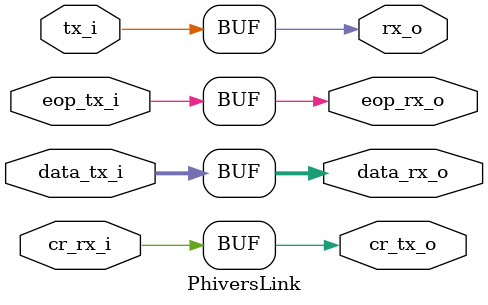
<source format=sv>
module PhiversLink (
    // input  logic clk_i,
    // input  logic rst_ni,

    input  logic        tx_i,
    output logic        cr_tx_o,
    input  logic        eop_tx_i,
    input  logic [31:0] data_tx_i,

    output logic        rx_o,
    input  logic        cr_rx_i,
    output logic        eop_rx_o,
    output logic [31:0] data_rx_o
);

    assign rx_o      = tx_i;
    assign cr_tx_o   = cr_rx_i;
    assign eop_rx_o  = eop_tx_i;
    assign data_rx_o = data_tx_i;

endmodule

</source>
